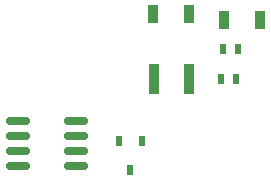
<source format=gbr>
%TF.GenerationSoftware,KiCad,Pcbnew,8.0.8*%
%TF.CreationDate,2025-02-16T23:44:15-05:00*%
%TF.ProjectId,RTDS Control Module V2.0,52544453-2043-46f6-9e74-726f6c204d6f,rev?*%
%TF.SameCoordinates,Original*%
%TF.FileFunction,Paste,Top*%
%TF.FilePolarity,Positive*%
%FSLAX46Y46*%
G04 Gerber Fmt 4.6, Leading zero omitted, Abs format (unit mm)*
G04 Created by KiCad (PCBNEW 8.0.8) date 2025-02-16 23:44:15*
%MOMM*%
%LPD*%
G01*
G04 APERTURE LIST*
G04 Aperture macros list*
%AMRoundRect*
0 Rectangle with rounded corners*
0 $1 Rounding radius*
0 $2 $3 $4 $5 $6 $7 $8 $9 X,Y pos of 4 corners*
0 Add a 4 corners polygon primitive as box body*
4,1,4,$2,$3,$4,$5,$6,$7,$8,$9,$2,$3,0*
0 Add four circle primitives for the rounded corners*
1,1,$1+$1,$2,$3*
1,1,$1+$1,$4,$5*
1,1,$1+$1,$6,$7*
1,1,$1+$1,$8,$9*
0 Add four rect primitives between the rounded corners*
20,1,$1+$1,$2,$3,$4,$5,0*
20,1,$1+$1,$4,$5,$6,$7,0*
20,1,$1+$1,$6,$7,$8,$9,0*
20,1,$1+$1,$8,$9,$2,$3,0*%
G04 Aperture macros list end*
%ADD10R,0.609600X0.889000*%
%ADD11R,0.558800X0.863600*%
%ADD12R,0.863600X1.600200*%
%ADD13R,0.955600X2.500000*%
%ADD14RoundRect,0.150000X-0.825000X-0.150000X0.825000X-0.150000X0.825000X0.150000X-0.825000X0.150000X0*%
%ADD15R,0.855600X1.600000*%
G04 APERTURE END LIST*
D10*
%TO.C,R4*%
X68512300Y-31900000D03*
X69807700Y-31900000D03*
%TD*%
D11*
%TO.C,U2*%
X61652500Y-39712400D03*
X59747500Y-39712400D03*
X60700000Y-42100000D03*
%TD*%
D12*
%TO.C,D1*%
X68636000Y-29400000D03*
X71684000Y-29400000D03*
%TD*%
D13*
%TO.C,C1*%
X62682199Y-34400000D03*
X65637801Y-34400000D03*
%TD*%
D14*
%TO.C,U1*%
X51185000Y-37995000D03*
X51185000Y-39265000D03*
X51185000Y-40535000D03*
X51185000Y-41805000D03*
X56135000Y-41805000D03*
X56135000Y-40535000D03*
X56135000Y-39265000D03*
X56135000Y-37995000D03*
%TD*%
D15*
%TO.C,C2*%
X62632199Y-28900000D03*
X65687801Y-28900000D03*
%TD*%
D10*
%TO.C,R3*%
X68364600Y-34400000D03*
X69660000Y-34400000D03*
%TD*%
M02*

</source>
